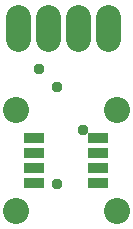
<source format=gbr>
G04 EAGLE Gerber RS-274X export*
G75*
%MOMM*%
%FSLAX34Y34*%
%LPD*%
%INSoldermask Top*%
%IPPOS*%
%AMOC8*
5,1,8,0,0,1.08239X$1,22.5*%
G01*
%ADD10C,2.203200*%
%ADD11R,1.703200X0.853200*%
%ADD12C,2.082800*%
%ADD13C,0.959600*%


D10*
X242500Y242500D03*
X157500Y242500D03*
X157500Y157500D03*
X242500Y157500D03*
D11*
X173000Y219050D03*
X173000Y206350D03*
X173000Y193650D03*
X173000Y180950D03*
X227000Y180950D03*
X227000Y193650D03*
X227000Y206350D03*
X227000Y219050D03*
D12*
X159288Y302394D02*
X159288Y321190D01*
X184688Y321190D02*
X184688Y302394D01*
X210088Y302394D02*
X210088Y321190D01*
X235488Y321190D02*
X235488Y302394D01*
D13*
X192024Y262128D03*
X214094Y225552D03*
X192024Y179832D03*
X176784Y277368D03*
M02*

</source>
